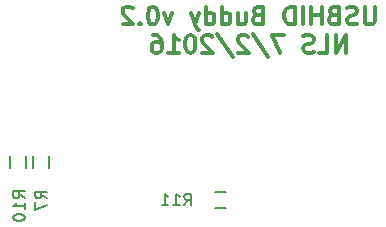
<source format=gbo>
G04 #@! TF.FileFunction,Legend,Bot*
%FSLAX46Y46*%
G04 Gerber Fmt 4.6, Leading zero omitted, Abs format (unit mm)*
G04 Created by KiCad (PCBNEW 4.0.2-stable) date 7/3/2016 12:03:50 AM*
%MOMM*%
G01*
G04 APERTURE LIST*
%ADD10C,0.100000*%
%ADD11C,0.300000*%
%ADD12C,0.150000*%
G04 APERTURE END LIST*
D10*
D11*
X103449857Y-57279571D02*
X103449857Y-58493857D01*
X103378429Y-58636714D01*
X103307000Y-58708143D01*
X103164143Y-58779571D01*
X102878429Y-58779571D01*
X102735571Y-58708143D01*
X102664143Y-58636714D01*
X102592714Y-58493857D01*
X102592714Y-57279571D01*
X101949857Y-58708143D02*
X101735571Y-58779571D01*
X101378428Y-58779571D01*
X101235571Y-58708143D01*
X101164142Y-58636714D01*
X101092714Y-58493857D01*
X101092714Y-58351000D01*
X101164142Y-58208143D01*
X101235571Y-58136714D01*
X101378428Y-58065286D01*
X101664142Y-57993857D01*
X101807000Y-57922429D01*
X101878428Y-57851000D01*
X101949857Y-57708143D01*
X101949857Y-57565286D01*
X101878428Y-57422429D01*
X101807000Y-57351000D01*
X101664142Y-57279571D01*
X101307000Y-57279571D01*
X101092714Y-57351000D01*
X99949857Y-57993857D02*
X99735571Y-58065286D01*
X99664143Y-58136714D01*
X99592714Y-58279571D01*
X99592714Y-58493857D01*
X99664143Y-58636714D01*
X99735571Y-58708143D01*
X99878429Y-58779571D01*
X100449857Y-58779571D01*
X100449857Y-57279571D01*
X99949857Y-57279571D01*
X99807000Y-57351000D01*
X99735571Y-57422429D01*
X99664143Y-57565286D01*
X99664143Y-57708143D01*
X99735571Y-57851000D01*
X99807000Y-57922429D01*
X99949857Y-57993857D01*
X100449857Y-57993857D01*
X98949857Y-58779571D02*
X98949857Y-57279571D01*
X98949857Y-57993857D02*
X98092714Y-57993857D01*
X98092714Y-58779571D02*
X98092714Y-57279571D01*
X97378428Y-58779571D02*
X97378428Y-57279571D01*
X96664142Y-58779571D02*
X96664142Y-57279571D01*
X96306999Y-57279571D01*
X96092714Y-57351000D01*
X95949856Y-57493857D01*
X95878428Y-57636714D01*
X95806999Y-57922429D01*
X95806999Y-58136714D01*
X95878428Y-58422429D01*
X95949856Y-58565286D01*
X96092714Y-58708143D01*
X96306999Y-58779571D01*
X96664142Y-58779571D01*
X93521285Y-57993857D02*
X93306999Y-58065286D01*
X93235571Y-58136714D01*
X93164142Y-58279571D01*
X93164142Y-58493857D01*
X93235571Y-58636714D01*
X93306999Y-58708143D01*
X93449857Y-58779571D01*
X94021285Y-58779571D01*
X94021285Y-57279571D01*
X93521285Y-57279571D01*
X93378428Y-57351000D01*
X93306999Y-57422429D01*
X93235571Y-57565286D01*
X93235571Y-57708143D01*
X93306999Y-57851000D01*
X93378428Y-57922429D01*
X93521285Y-57993857D01*
X94021285Y-57993857D01*
X91878428Y-57779571D02*
X91878428Y-58779571D01*
X92521285Y-57779571D02*
X92521285Y-58565286D01*
X92449857Y-58708143D01*
X92306999Y-58779571D01*
X92092714Y-58779571D01*
X91949857Y-58708143D01*
X91878428Y-58636714D01*
X90521285Y-58779571D02*
X90521285Y-57279571D01*
X90521285Y-58708143D02*
X90664142Y-58779571D01*
X90949856Y-58779571D01*
X91092714Y-58708143D01*
X91164142Y-58636714D01*
X91235571Y-58493857D01*
X91235571Y-58065286D01*
X91164142Y-57922429D01*
X91092714Y-57851000D01*
X90949856Y-57779571D01*
X90664142Y-57779571D01*
X90521285Y-57851000D01*
X89164142Y-58779571D02*
X89164142Y-57279571D01*
X89164142Y-58708143D02*
X89306999Y-58779571D01*
X89592713Y-58779571D01*
X89735571Y-58708143D01*
X89806999Y-58636714D01*
X89878428Y-58493857D01*
X89878428Y-58065286D01*
X89806999Y-57922429D01*
X89735571Y-57851000D01*
X89592713Y-57779571D01*
X89306999Y-57779571D01*
X89164142Y-57851000D01*
X88592713Y-57779571D02*
X88235570Y-58779571D01*
X87878428Y-57779571D02*
X88235570Y-58779571D01*
X88378428Y-59136714D01*
X88449856Y-59208143D01*
X88592713Y-59279571D01*
X86306999Y-57779571D02*
X85949856Y-58779571D01*
X85592714Y-57779571D01*
X84735571Y-57279571D02*
X84592714Y-57279571D01*
X84449857Y-57351000D01*
X84378428Y-57422429D01*
X84306999Y-57565286D01*
X84235571Y-57851000D01*
X84235571Y-58208143D01*
X84306999Y-58493857D01*
X84378428Y-58636714D01*
X84449857Y-58708143D01*
X84592714Y-58779571D01*
X84735571Y-58779571D01*
X84878428Y-58708143D01*
X84949857Y-58636714D01*
X85021285Y-58493857D01*
X85092714Y-58208143D01*
X85092714Y-57851000D01*
X85021285Y-57565286D01*
X84949857Y-57422429D01*
X84878428Y-57351000D01*
X84735571Y-57279571D01*
X83592714Y-58636714D02*
X83521286Y-58708143D01*
X83592714Y-58779571D01*
X83664143Y-58708143D01*
X83592714Y-58636714D01*
X83592714Y-58779571D01*
X82949857Y-57422429D02*
X82878428Y-57351000D01*
X82735571Y-57279571D01*
X82378428Y-57279571D01*
X82235571Y-57351000D01*
X82164142Y-57422429D01*
X82092714Y-57565286D01*
X82092714Y-57708143D01*
X82164142Y-57922429D01*
X83021285Y-58779571D01*
X82092714Y-58779571D01*
X100985570Y-61179571D02*
X100985570Y-59679571D01*
X100128427Y-61179571D01*
X100128427Y-59679571D01*
X98699855Y-61179571D02*
X99414141Y-61179571D01*
X99414141Y-59679571D01*
X98271284Y-61108143D02*
X98056998Y-61179571D01*
X97699855Y-61179571D01*
X97556998Y-61108143D01*
X97485569Y-61036714D01*
X97414141Y-60893857D01*
X97414141Y-60751000D01*
X97485569Y-60608143D01*
X97556998Y-60536714D01*
X97699855Y-60465286D01*
X97985569Y-60393857D01*
X98128427Y-60322429D01*
X98199855Y-60251000D01*
X98271284Y-60108143D01*
X98271284Y-59965286D01*
X98199855Y-59822429D01*
X98128427Y-59751000D01*
X97985569Y-59679571D01*
X97628427Y-59679571D01*
X97414141Y-59751000D01*
X95771284Y-59679571D02*
X94771284Y-59679571D01*
X95414141Y-61179571D01*
X93128428Y-59608143D02*
X94414142Y-61536714D01*
X92699856Y-59822429D02*
X92628427Y-59751000D01*
X92485570Y-59679571D01*
X92128427Y-59679571D01*
X91985570Y-59751000D01*
X91914141Y-59822429D01*
X91842713Y-59965286D01*
X91842713Y-60108143D01*
X91914141Y-60322429D01*
X92771284Y-61179571D01*
X91842713Y-61179571D01*
X90128428Y-59608143D02*
X91414142Y-61536714D01*
X89699856Y-59822429D02*
X89628427Y-59751000D01*
X89485570Y-59679571D01*
X89128427Y-59679571D01*
X88985570Y-59751000D01*
X88914141Y-59822429D01*
X88842713Y-59965286D01*
X88842713Y-60108143D01*
X88914141Y-60322429D01*
X89771284Y-61179571D01*
X88842713Y-61179571D01*
X87914142Y-59679571D02*
X87771285Y-59679571D01*
X87628428Y-59751000D01*
X87556999Y-59822429D01*
X87485570Y-59965286D01*
X87414142Y-60251000D01*
X87414142Y-60608143D01*
X87485570Y-60893857D01*
X87556999Y-61036714D01*
X87628428Y-61108143D01*
X87771285Y-61179571D01*
X87914142Y-61179571D01*
X88056999Y-61108143D01*
X88128428Y-61036714D01*
X88199856Y-60893857D01*
X88271285Y-60608143D01*
X88271285Y-60251000D01*
X88199856Y-59965286D01*
X88128428Y-59822429D01*
X88056999Y-59751000D01*
X87914142Y-59679571D01*
X85985571Y-61179571D02*
X86842714Y-61179571D01*
X86414142Y-61179571D02*
X86414142Y-59679571D01*
X86556999Y-59893857D01*
X86699857Y-60036714D01*
X86842714Y-60108143D01*
X84699857Y-59679571D02*
X84985571Y-59679571D01*
X85128428Y-59751000D01*
X85199857Y-59822429D01*
X85342714Y-60036714D01*
X85414143Y-60322429D01*
X85414143Y-60893857D01*
X85342714Y-61036714D01*
X85271286Y-61108143D01*
X85128428Y-61179571D01*
X84842714Y-61179571D01*
X84699857Y-61108143D01*
X84628428Y-61036714D01*
X84557000Y-60893857D01*
X84557000Y-60536714D01*
X84628428Y-60393857D01*
X84699857Y-60322429D01*
X84842714Y-60251000D01*
X85128428Y-60251000D01*
X85271286Y-60322429D01*
X85342714Y-60393857D01*
X85414143Y-60536714D01*
D12*
X74517100Y-69926200D02*
X74517100Y-70926200D01*
X75867100Y-70926200D02*
X75867100Y-69926200D01*
X72574000Y-69926200D02*
X72574000Y-70926200D01*
X73924000Y-70926200D02*
X73924000Y-69926200D01*
X90894000Y-72977000D02*
X89894000Y-72977000D01*
X89894000Y-74327000D02*
X90894000Y-74327000D01*
X75694481Y-73509534D02*
X75218290Y-73176200D01*
X75694481Y-72938105D02*
X74694481Y-72938105D01*
X74694481Y-73319058D01*
X74742100Y-73414296D01*
X74789719Y-73461915D01*
X74884957Y-73509534D01*
X75027814Y-73509534D01*
X75123052Y-73461915D01*
X75170671Y-73414296D01*
X75218290Y-73319058D01*
X75218290Y-72938105D01*
X74694481Y-73842867D02*
X74694481Y-74509534D01*
X75694481Y-74080962D01*
X73825841Y-73486663D02*
X73349650Y-73153329D01*
X73825841Y-72915234D02*
X72825841Y-72915234D01*
X72825841Y-73296187D01*
X72873460Y-73391425D01*
X72921079Y-73439044D01*
X73016317Y-73486663D01*
X73159174Y-73486663D01*
X73254412Y-73439044D01*
X73302031Y-73391425D01*
X73349650Y-73296187D01*
X73349650Y-72915234D01*
X73825841Y-74439044D02*
X73825841Y-73867615D01*
X73825841Y-74153329D02*
X72825841Y-74153329D01*
X72968698Y-74058091D01*
X73063936Y-73962853D01*
X73111555Y-73867615D01*
X72825841Y-75058091D02*
X72825841Y-75153330D01*
X72873460Y-75248568D01*
X72921079Y-75296187D01*
X73016317Y-75343806D01*
X73206793Y-75391425D01*
X73444889Y-75391425D01*
X73635365Y-75343806D01*
X73730603Y-75296187D01*
X73778222Y-75248568D01*
X73825841Y-75153330D01*
X73825841Y-75058091D01*
X73778222Y-74962853D01*
X73730603Y-74915234D01*
X73635365Y-74867615D01*
X73444889Y-74819996D01*
X73206793Y-74819996D01*
X73016317Y-74867615D01*
X72921079Y-74915234D01*
X72873460Y-74962853D01*
X72825841Y-75058091D01*
X87310677Y-74091681D02*
X87644011Y-73615490D01*
X87882106Y-74091681D02*
X87882106Y-73091681D01*
X87501153Y-73091681D01*
X87405915Y-73139300D01*
X87358296Y-73186919D01*
X87310677Y-73282157D01*
X87310677Y-73425014D01*
X87358296Y-73520252D01*
X87405915Y-73567871D01*
X87501153Y-73615490D01*
X87882106Y-73615490D01*
X86358296Y-74091681D02*
X86929725Y-74091681D01*
X86644011Y-74091681D02*
X86644011Y-73091681D01*
X86739249Y-73234538D01*
X86834487Y-73329776D01*
X86929725Y-73377395D01*
X85405915Y-74091681D02*
X85977344Y-74091681D01*
X85691630Y-74091681D02*
X85691630Y-73091681D01*
X85786868Y-73234538D01*
X85882106Y-73329776D01*
X85977344Y-73377395D01*
M02*

</source>
